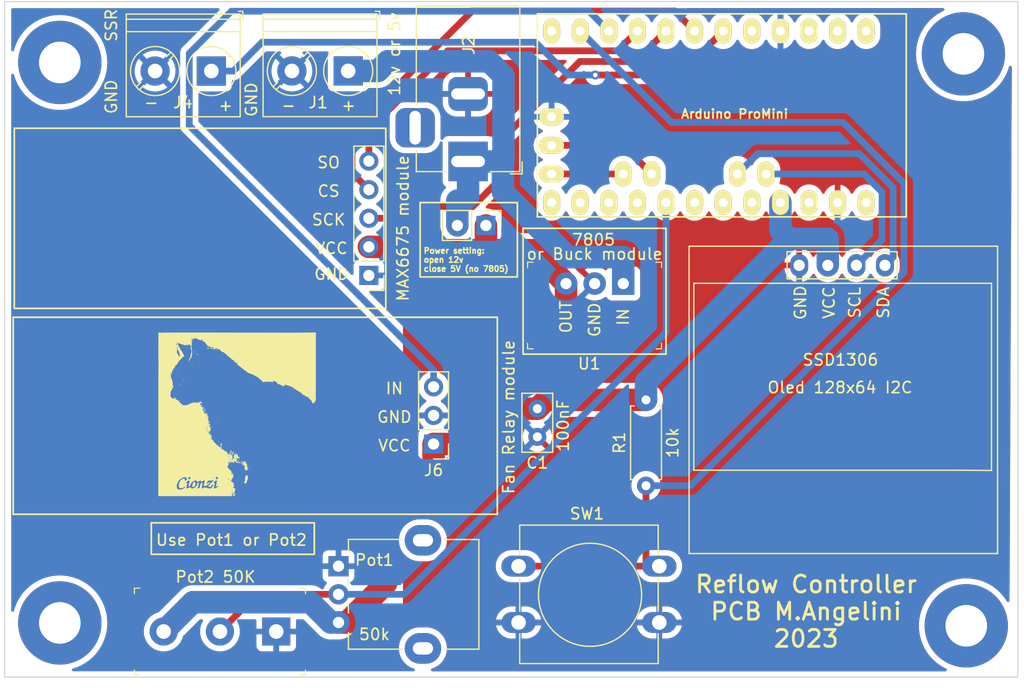
<source format=kicad_pcb>
(kicad_pcb (version 20211014) (generator pcbnew)
  (title_block (title "Iron Reflow Controller") (date "2023-11-27") (rev "1.0") (company "M.Angelini"))
  (layers (0 "F.Cu" signal) (31 "B.Cu" signal) (34 "B.Paste" user) (35 "F.Paste" user) (36 "B.SilkS" user "B.Silkscreen") (37 "F.SilkS" user "F.Silkscreen") (38 "B.Mask" user) (39 "F.Mask" user) (44 "Edge.Cuts" user))
  (net 0 "")
  (net 1 "GND")
  (net 2 "+5V")
  (net 3 "Net-(Brd1-Pad3)")
  (net 4 "Net-(Brd1-Pad4)")
  (net 9 "Net-(IC1-Pad7)")
  (net 10 "Net-(IC1-Pad8)")
  (net 11 "Net-(IC1-Pad9)")
  (net 12 "Net-(IC1-Pad10)")
  (net 13 "Net-(IC1-Pad11)")
  (net 19 "Net-(IC1-Pad17)")
  (net 25 "unconnected-(IC1-Pad27)")
  (net 26 "unconnected-(IC1-Pad28)")
  (net 27 "+12V")
  (net 28 "Net-(IC1-Pad6)")
  (footprint "Resistor_THT:R_Axial_DIN0207_L6.3mm_D2.5mm_P7.62mm_Horizontal" (layer "F.Cu") (at 156.972 143.002 90)
    (fp_text reference "R1" (at 3.81 -2.37 90) (layer "F.SilkS"))
    (fp_text value "10k" (at 3.81 2.37 90) (layer "F.SilkS"))
    (pad "1" thru_hole circle (at 0 0 90) (size 1.6 1.6) (drill 0.8) (layers *.Cu *.Mask) (net 13 "Net-(IC1-Pad11)"))
    (pad "2" thru_hole oval (at 7.62 0 90) (size 1.6 1.6) (drill 0.8) (layers *.Cu *.Mask) (net 2 "+5V"))
  )
  (footprint "digikey-footprints:Term_Block_1x3_P5mm" (layer "F.Cu") (at 124.126 155.956 180)
    (fp_text reference "J7")
    (fp_text value "Pot2 50K" (at 5.4 4.85) (layer "F.SilkS"))
    (pad "1" thru_hole rect locked (at 0 0 180) (size 2.5 2.5) (drill 1.3) (layers *.Cu *.Mask) (net 1 "GND"))
    (pad "2" thru_hole circle locked (at 5 0 180) (size 2.5 2.5) (drill 1.3) (layers *.Cu *.Mask) (net 19 "Net-(IC1-Pad17)"))
    (pad "3" thru_hole circle locked (at 10 0 180) (size 2.5 2.5) (drill 1.3) (layers *.Cu *.Mask) (net 2 "+5V"))
  )
  (footprint "TerminalBlock_Phoenix:TerminalBlock_Phoenix_PT-1,5-2-5.0-H_1x02_P5.00mm_Horizontal" (layer "F.Cu") (at 118.364 106.172 180)
    (fp_text reference "J4" (at 2.54 -2.794) (layer "F.SilkS"))
    (fp_text value "SSR" (at 8.89 4.064 90) (layer "F.SilkS"))
    (pad "1" thru_hole rect (at 0 0 180) (size 2.6 2.6) (drill 1.3) (layers *.Cu *.Mask) (net 28 "Net-(IC1-Pad6)"))
    (pad "2" thru_hole circle (at 5 0 180) (size 2.6 2.6) (drill 1.3) (layers *.Cu *.Mask) (net 1 "GND"))
  )
  (footprint "Button_Switch_THT:SW_PUSH-12mm" (layer "F.Cu") (at 145.652 150.154)
    (fp_text reference "SW1" (at 6.08 -4.66) (layer "F.SilkS"))
    (fp_text value "SW_Push")
    (pad "1" thru_hole oval (at 0 0) (size 3.048 1.85) (drill 1.3) (layers *.Cu *.Mask) (net 13 "Net-(IC1-Pad11)"))
    (pad "1" thru_hole oval (at 12.5 0) (size 3.048 1.85) (drill 1.3) (layers *.Cu *.Mask) (net 13 "Net-(IC1-Pad11)"))
    (pad "2" thru_hole oval (at 12.5 5) (size 3.048 1.85) (drill 1.3) (layers *.Cu *.Mask) (net 1 "GND"))
    (pad "2" thru_hole oval (at 0 5) (size 3.048 1.85) (drill 1.3) (layers *.Cu *.Mask) (net 1 "GND"))
  )
  (footprint "Connector_PinHeader_2.54mm:PinHeader_1x02_P2.54mm_Vertical" (layer "F.Cu") (at 142.753 119.888 -90)
    (fp_text reference "J3")
    (fp_text value "Conn_01x02_Male")
    (pad "1" thru_hole rect (at 0 0 270) (size 1.7 1.7) (drill 1) (layers *.Cu *.Mask) (net 2 "+5V"))
    (pad "2" thru_hole oval (at 0 2.54 270) (size 1.7 1.7) (drill 1) (layers *.Cu *.Mask) (net 27 "+12V"))
  )
  (footprint "TerminalBlock_Phoenix:TerminalBlock_Phoenix_PT-1,5-2-5.0-H_1x02_P5.00mm_Horizontal" (layer "F.Cu") (at 130.516 106.164 180)
    (fp_text reference "J1" (at 2.664 -2.802) (layer "F.SilkS"))
    (fp_text value "12v or 5v" (at -4.104 1.516 90) (layer "F.SilkS"))
    (pad "1" thru_hole rect (at 0 0 180) (size 2.6 2.6) (drill 1.3) (layers *.Cu *.Mask) (net 27 "+12V"))
    (pad "2" thru_hole circle (at 5 0 180) (size 2.6 2.6) (drill 1.3) (layers *.Cu *.Mask) (net 1 "GND"))
  )
  (footprint "Capacitor_THT:C_Disc_D5.0mm_W2.5mm_P2.50mm" (layer "F.Cu") (at 147.32 136.164 -90)
    (fp_text reference "C1" (at 4.806 0) (layer "F.SilkS"))
    (fp_text value "100nF" (at 1.504 -2.286 90) (layer "F.SilkS"))
    (pad "1" thru_hole circle (at 0 0 270) (size 1.6 1.6) (drill 0.8) (layers *.Cu *.Mask) (net 2 "+5V"))
    (pad "2" thru_hole circle (at 2.5 0 270) (size 1.6 1.6) (drill 0.8) (layers *.Cu *.Mask) (net 1 "GND"))
  )
  (footprint "MountingHole:MountingHole_3.7mm_Pad_TopBottom" (layer "F.Cu") (at 104.902 105.41)
    (fp_text reference "H1")
    (fp_text value "MountingHole")
    (pad "1" connect circle (at 0 0) (size 7.4 7.4) (layers "B.Cu" "B.Mask"))
    (pad "1" connect circle (at 0 0) (size 7.4 7.4) (layers "F.Cu" "F.Mask"))
    (pad "1" thru_hole circle (at 0 0) (size 4.1 4.1) (drill 3.7) (layers *.Cu *.Mask))
  )
  (footprint "graphics:cionzi" (layer "F.Cu") (at 120.65 136.652)
    (fp_text reference " " (at 0 0) (layer "F.SilkS") (effects (font (size 1.524 1.524) (thickness 0.3))))
    (fp_text value "LOGO" hide)
  )
  (footprint "oled:128x64OLED_I2C" (layer "F.Cu") (at 174.198 134.032)
    (fp_text reference "Oled 128x64 I2C" (at 0 0.254) (layer "F.SilkS"))
    (fp_text value "SSD1306" (at 0.046 -2.206) (layer "F.SilkS"))
    (pad "1" thru_hole oval (at -3.62 -10.6 90) (size 2 1.6) (drill 1) (layers *.Cu *.Mask) (net 1 "GND"))
    (pad "2" thru_hole oval (at -1.08 -10.6 90) (size 2 1.6) (drill 1) (layers *.Cu *.Mask) (net 2 "+5V"))
    (pad "3" thru_hole oval (at 1.46 -10.6 90) (size 2 1.6) (drill 1) (layers *.Cu *.Mask) (net 3 "Net-(Brd1-Pad3)"))
    (pad "4" thru_hole oval (at 4 -10.6 90) (size 2 1.6) (drill 1) (layers *.Cu *.Mask) (net 4 "Net-(Brd1-Pad4)"))
  )
  (footprint "Connector_BarrelJack:BarrelJack_Horizontal" (layer "F.Cu") (at 141.1655 114.204 -90)
    (fp_text reference "J2" (at -10.318 -0.0585 90) (layer "F.SilkS"))
    (fp_text value "Conn_Coaxial_Power")
    (pad "1" thru_hole rect (at 0 0 270) (size 3.5 3.5) (drill oval 1 3) (layers *.Cu *.Mask) (net 27 "+12V"))
    (pad "2" thru_hole roundrect (at -6 0 270) (size 3 3.5) (drill oval 1 3) (layers *.Cu *.Mask) (net 1 "GND"))
    (pad "3" thru_hole roundrect (at -3 4.7 270) (size 3.5 3.5) (drill oval 3 1) (layers *.Cu *.Mask))
  )
  (footprint "MountingHole:MountingHole_3.7mm_Pad_TopBottom" (layer "F.Cu") (at 185.42 155.448)
    (fp_text reference "H3")
    (fp_text value "MountingHole")
    (pad "1" thru_hole circle (at 0 0) (size 4.1 4.1) (drill 3.7) (layers *.Cu *.Mask))
    (pad "1" connect circle (at 0 0) (size 7.4 7.4) (layers "F.Cu" "F.Mask"))
    (pad "1" connect circle (at 0 0) (size 7.4 7.4) (layers "B.Cu" "B.Mask"))
  )
  (footprint "MountingHole:MountingHole_3.7mm_Pad_TopBottom" (layer "F.Cu") (at 104.902 155.194)
    (fp_text reference "H4")
    (fp_text value "MountingHole")
    (pad "1" connect circle (at 0 0) (size 7.4 7.4) (layers "B.Cu" "B.Mask"))
    (pad "1" connect circle (at 0 0) (size 7.4 7.4) (layers "F.Cu" "F.Mask"))
    (pad "1" thru_hole circle (at 0 0) (size 4.1 4.1) (drill 3.7) (layers *.Cu *.Mask))
  )
  (footprint "Connector_PinHeader_2.54mm:PinHeader_1x05_P2.54mm_Vertical" (layer "F.Cu") (at 132.354 124.329 180)
    (fp_text reference "J5")
    (fp_text value "MAX6675 module" (at -3.028 4.187 90) (layer "F.SilkS"))
    (pad "1" thru_hole rect (at 0 0 180) (size 1.7 1.7) (drill 1) (layers *.Cu *.Mask) (net 1 "GND"))
    (pad "2" thru_hole oval (at 0 2.54 180) (size 1.7 1.7) (drill 1) (layers *.Cu *.Mask) (net 2 "+5V"))
    (pad "3" thru_hole oval (at 0 5.08 180) (size 1.7 1.7) (drill 1) (layers *.Cu *.Mask) (net 10 "Net-(IC1-Pad8)"))
    (pad "4" thru_hole oval (at 0 7.62 180) (size 1.7 1.7) (drill 1) (layers *.Cu *.Mask) (net 9 "Net-(IC1-Pad7)"))
    (pad "5" thru_hole oval (at 0 10.16 180) (size 1.7 1.7) (drill 1) (layers *.Cu *.Mask) (net 11 "Net-(IC1-Pad9)"))
  )
  (footprint "arduino:pro_mini" (layer "F.Cu") (at 162.56 110.236 180)
    (fp_text reference "Arduino ProMini" (at -2.286 0.254) (layer "F.SilkS") (effects (font (size 0.8 0.8) (thickness 0.16))))
    (fp_text value "ArduinoProMini" hide)
    (pad "1" thru_hole oval (at -13.97 7.62 180) (size 1.50114 2.19964) (drill 0.8001) (layers *.Cu *.Mask "F.SilkS"))
    (pad "2" thru_hole oval (at -11.43 7.62 180) (size 1.50114 2.19964) (drill 0.8001) (layers *.Cu *.Mask "F.SilkS"))
    (pad "3" thru_hole oval (at -8.89 7.62 180) (size 1.50114 2.19964) (drill 0.8001) (layers *.Cu *.Mask "F.SilkS"))
    (pad "4" thru_hole oval (at -6.35 7.62 180) (size 1.50114 2.19964) (drill 0.8001) (layers *.Cu *.Mask "F.SilkS") (net 1 "GND"))
    (pad "5" thru_hole oval (at -3.81 7.62 180) (size 1.50114 2.19964) (drill 0.8001) (layers *.Cu *.Mask "F.SilkS"))
    (pad "6" thru_hole oval (at -1.27 7.62 180) (size 1.50114 2.19964) (drill 0.8001) (layers *.Cu *.Mask "F.SilkS") (net 28 "Net-(IC1-Pad6)"))
    (pad "7" thru_hole oval (at 1.27 7.62 180) (size 1.50114 2.19964) (drill 0.8001) (layers *.Cu *.Mask "F.SilkS") (net 9 "Net-(IC1-Pad7)"))
    (pad "8" thru_hole oval (at 3.81 7.62 180) (size 1.50114 2.19964) (drill 0.8001) (layers *.Cu *.Mask "F.SilkS") (net 10 "Net-(IC1-Pad8)"))
    (pad "9" thru_hole oval (at 6.35 7.62 180) (size 1.50114 2.19964) (drill 0.8001) (layers *.Cu *.Mask "F.SilkS") (net 11 "Net-(IC1-Pad9)"))
    (pad "10" thru_hole oval (at 8.89 7.62 180) (size 1.50114 2.19964) (drill 0.8001) (layers *.Cu *.Mask "F.SilkS") (net 12 "Net-(IC1-Pad10)"))
    (pad "11" thru_hole oval (at 11.43 7.62 180) (size 1.50114 2.19964) (drill 0.8001) (layers *.Cu *.Mask "F.SilkS") (net 13 "Net-(IC1-Pad11)"))
    (pad "12" thru_hole oval (at 13.97 7.62 180) (size 1.50114 2.19964) (drill 0.8001) (layers *.Cu *.Mask "F.SilkS"))
    (pad "13" thru_hole oval (at 13.97 -7.62 180) (size 1.50114 2.19964) (drill 0.8001) (layers *.Cu *.Mask "F.SilkS"))
    (pad "14" thru_hole oval (at 11.43 -7.62 180) (size 1.50114 2.19964) (drill 0.8001) (layers *.Cu *.Mask "F.SilkS"))
    (pad "15" thru_hole oval (at 8.89 -7.62 180) (size 1.50114 2.19964) (drill 0.8001) (layers *.Cu *.Mask "F.SilkS"))
    (pad "16" thru_hole oval (at 6.35 -7.62 180) (size 1.50114 2.19964) (drill 0.8001) (layers *.Cu *.Mask "F.SilkS"))
    (pad "17" thru_hole oval (at 3.81 -7.62 180) (size 1.50114 2.19964) (drill 0.8001) (layers *.Cu *.Mask "F.SilkS") (net 19 "Net-(IC1-Pad17)"))
    (pad "18" thru_hole oval (at 1.27 -7.62 180) (size 1.50114 2.19964) (drill 0.8001) (layers *.Cu *.Mask "F.SilkS"))
    (pad "19" thru_hole oval (at -1.27 -7.62 180) (size 1.50114 2.19964) (drill 0.8001) (layers *.Cu *.Mask "F.SilkS"))
    (pad "20" thru_hole oval (at -3.81 -7.62 180) (size 1.50114 2.19964) (drill 0.8001) (layers *.Cu *.Mask "F.SilkS"))
    (pad "21" thru_hole oval (at -6.35 -7.62 180) (size 1.50114 2.19964) (drill 0.8001) (layers *.Cu *.Mask "F.SilkS") (net 2 "+5V"))
    (pad "22" thru_hole oval (at -8.89 -7.62 180) (size 1.50114 2.19964) (drill 0.8001) (layers *.Cu *.Mask "F.SilkS"))
    (pad "23" thru_hole oval (at -11.43 -7.62 180) (size 1.50114 2.19964) (drill 0.8001) (layers *.Cu *.Mask "F.SilkS") (net 1 "GND"))
    (pad "24" thru_hole oval (at -13.97 -7.62 180) (size 1.50114 2.19964) (drill 0.8001) (layers *.Cu *.Mask "F.SilkS"))
    (pad "25" thru_hole oval (at -2.54 -5.08 180) (size 1.50114 2.19964) (drill 0.8001) (layers *.Cu *.Mask "F.SilkS") (net 4 "Net-(Brd1-Pad4)"))
    (pad "26" thru_hole oval (at -5.08 -5.08 180) (size 1.50114 2.19964) (drill 0.8001) (layers *.Cu *.Mask "F.SilkS") (net 3 "Net-(Brd1-Pad3)"))
    (pad "27" thru_hole oval (at 13.97 -5.08 180) (size 2.19964 1.50114) (drill 0.8001) (layers *.Cu *.Mask "F.SilkS") (net 25 "unconnected-(IC1-Pad27)"))
    (pad "27" thru_hole oval (at 7.62 -5.08 180) (size 1.50114 2.19964) (drill 0.8001) (layers *.Cu *.Mask "F.SilkS") (net 25 "unconnected-(IC1-Pad27)"))
    (pad "28" thru_hole oval (at 5.08 -5.08 180) (size 1.50114 2.19964) (drill 0.8001) (layers *.Cu *.Mask "F.SilkS") (net 26 "unconnected-(IC1-Pad28)"))
    (pad "28" thru_hole oval (at 13.97 -2.54 180) (size 2.19964 1.50114) (drill 0.8001) (layers *.Cu *.Mask "F.SilkS") (net 26 "unconnected-(IC1-Pad28)"))
    (pad "29" thru_hole oval (at 13.97 0 180) (size 2.19964 1.50114) (drill 0.8001) (layers *.Cu *.Mask "F.SilkS") (net 1 "GND"))
  )
  (footprint "Potentiometer_THT:Potentiometer_Alpha_RD901F-40-00D_Single_Vertical" (layer "F.Cu") (at 129.657 150.154)
    (fp_text reference "Pot1" (at 3.185 -0.548 180) (layer "F.SilkS"))
    (fp_text value "50k" (at 3.185 6.056 180) (layer "F.SilkS"))
    (pad "" thru_hole oval (at 7.5 -2.3 90) (size 2.72 3.24) (drill oval 1.1 1.8) (layers *.Cu *.Mask))
    (pad "" thru_hole oval (at 7.5 7.3 90) (size 2.72 3.24) (drill oval 1.1 1.8) (layers *.Cu *.Mask))
    (pad "1" thru_hole rect (at 0 0 90) (size 1.8 1.8) (drill 1) (layers *.Cu *.Mask) (net 1 "GND"))
    (pad "2" thru_hole circle (at 0 2.5 90) (size 1.8 1.8) (drill 1) (layers *.Cu *.Mask) (net 19 "Net-(IC1-Pad17)"))
    (pad "3" thru_hole circle (at 0 5 90) (size 1.8 1.8) (drill 1) (layers *.Cu *.Mask) (net 2 "+5V"))
  )
  (footprint "MountingHole:MountingHole_3.7mm_Pad_TopBottom" (layer "F.Cu") (at 185.166 104.648)
    (fp_text reference "H2")
    (fp_text value "MountingHole")
    (pad "1" connect circle (at 0 0) (size 7.4 7.4) (layers "F.Cu" "F.Mask"))
    (pad "1" connect circle (at 0 0) (size 7.4 7.4) (layers "B.Cu" "B.Mask"))
    (pad "1" thru_hole circle (at 0 0) (size 4.1 4.1) (drill 3.7) (layers *.Cu *.Mask))
  )
  (footprint "Connector_PinHeader_2.54mm:PinHeader_1x03_P2.54mm_Vertical" (layer "F.Cu") (at 138.102 139.302 180)
    (fp_text reference "J6" (at 0 -2.33) (layer "F.SilkS"))
    (fp_text value "Fan Relay module" (at -6.678 2.396 90) (layer "F.SilkS"))
    (pad "1" thru_hole rect (at 0 0 180) (size 1.7 1.7) (drill 1) (layers *.Cu *.Mask) (net 2 "+5V"))
    (pad "2" thru_hole oval (at 0 2.54 180) (size 1.7 1.7) (drill 1) (layers *.Cu *.Mask) (net 1 "GND"))
    (pad "3" thru_hole oval (at 0 5.08 180) (size 1.7 1.7) (drill 1) (layers *.Cu *.Mask) (net 12 "Net-(IC1-Pad10)"))
  )
  (footprint "digikey-footprints:3-SIP_Module_V7805-500" (layer "F.Cu") (at 154.95 125.05 180)
    (fp_text reference "U1" (at 3.02 -7.12) (layer "F.SilkS"))
    (fp_text value "7805" (at 2.64 3.892) (layer "F.SilkS"))
    (pad "1" thru_hole rect locked (at 0 0 180) (size 2 2) (drill 1) (layers *.Cu *.Mask) (net 27 "+12V"))
    (pad "2" thru_hole circle locked (at 2.54 0 180) (size 2 2) (drill 1) (layers *.Cu *.Mask) (net 1 "GND"))
    (pad "3" thru_hole circle locked (at 5.08 0 180) (size 2 2) (drill 1) (layers *.Cu *.Mask) (net 2 "+5V"))
  )
  (gr_rect (start 146.05 120.142) (end 158.75 131.318) (layer "F.SilkS") (width 0.15) (fill none))
  (gr_rect (start 136.906 117.856) (end 145.542 124.46) (layer "F.SilkS") (width 0.15) (fill none))
  (gr_rect (start 100.858 127.254) (end 133.858 111.254) (layer "F.SilkS") (width 0.15) (fill none))
  (gr_rect (start 113.03 146.304) (end 127.508 149.098) (layer "F.SilkS") (width 0.15) (fill none))
  (gr_rect (start 100.764 145.542) (end 143.764 128.042) (layer "F.SilkS") (width 0.15) (fill none))
  (gr_rect (start 100 100) (end 190 160) (layer "Edge.Cuts") (width 0.1) (fill none))
  (gr_text "CS" (at 128.778 116.84) (layer "F.SilkS") (effects (font (size 1 1))))
  (gr_text "SDA" (at 178.054 126.746 90) (layer "F.SilkS") (effects (font (size 1 1))))
  (gr_text "VCC" (at 129.032 121.92) (layer "F.SilkS") (effects (font (size 1 1))))
  (gr_text "+" (at 119.634 109.22) (layer "F.SilkS") (effects (font (size 1 1))))
  (gr_text "or Buck module" (at 152.4 122.428) (layer "F.SilkS") (effects (font (size 1 1))))
  (gr_text "+" (at 130.556 109.22) (layer "F.SilkS") (effects (font (size 1 1))))
  (gr_text "GND" (at 109.474 108.458 90) (layer "F.SilkS") (effects (font (size 1 1))))
  (gr_text "GND" (at 134.62 136.906) (layer "F.SilkS") (effects (font (size 1 1))))
  (gr_text "IN" (at 154.94 128.016 90) (layer "F.SilkS") (effects (font (size 1 1))))
  (gr_text "Power setting:\nopen 12v \nclose 5V (no 7805)" (at 137.16 122.936) (layer "F.SilkS") (effects (font (size 0.5 0.5) (thickness 0.125)) (justify left)))
  (gr_text "OUT" (at 149.86 128.016 90) (layer "F.SilkS") (effects (font (size 1 1))))
  (gr_text "SCK" (at 128.778 119.38) (layer "F.SilkS") (effects (font (size 1 1))))
  (gr_text "GND" (at 121.92 108.712 90) (layer "F.SilkS") (effects (font (size 1 1))))
  (gr_text "GND" (at 129.032 124.206) (layer "F.SilkS") (effects (font (size 1 1))))
  (gr_text "-" (at 125.222 109.22) (layer "F.SilkS") (effects (font (size 1 1))))
  (gr_text "-" (at 113.03 108.966) (layer "F.SilkS") (effects (font (size 1 1))))
  (gr_text "GND" (at 152.4 128.27 90) (layer "F.SilkS") (effects (font (size 1 1))))
  (gr_text "SCL" (at 175.514 126.746 90) (layer "F.SilkS") (effects (font (size 1 1))))
  (gr_text "IN" (at 134.62 134.366) (layer "F.SilkS") (effects (font (size 1 1))))
  (gr_text "VCC" (at 173.228 126.746 90) (layer "F.SilkS") (effects (font (size 1 1))))
  (gr_text "VCC" (at 134.62 139.446) (layer "F.SilkS") (effects (font (size 1 1))))
  (gr_text "Reflow Controller\nPCB M.Angelini\n2023" (at 171.196 154.178) (layer "F.SilkS") (effects (font (size 1.5 1.5) (thickness 0.25))))
  (gr_text "GND" (at 170.688 126.746 90) (layer "F.SilkS") (effects (font (size 1 1))))
  (gr_text "SO" (at 128.778 114.3) (layer "F.SilkS") (effects (font (size 1 1))))
  (gr_text "Use Pot1 or Pot2" (at 120.142 147.828) (layer "F.SilkS") (effects (font (size 1 1))))
  (segment (start 138.102 139.302) (end 138.102 141.5023) (width 2) (layer "F.Cu") (net 2))
  (segment (start 138.102 141.5023) (end 133.873 145.7313) (width 2) (layer "F.Cu") (net 2))
  (segment (start 148.102 135.382) (end 147.32 136.164) (width 2) (layer "F.Cu") (net 2))
  (segment (start 142.753 122.0883) (end 134.8536 122.0883) (width 2) (layer "F.Cu") (net 2))
  (segment (start 132.354 121.789) (end 134.5543 121.789) (width 2) (layer "F.Cu") (net 2))
  (segment (start 130.4008 155.154) (end 129.657 155.154) (width 2) (layer "F.Cu") (net 2))
  (segment (start 154.8217 135.382) (end 149.87 135.382) (width 2) (layer "F.Cu") (net 2))
  (segment (start 134.8536 122.0883) (end 134.5543 121.789) (width 2) (layer "F.Cu") (net 2))
  (segment (start 147.32 136.164) (end 145.2933 136.164) (width 2) (layer "F.Cu") (net 2))
  (segment (start 149.87 135.382) (end 148.102 135.382) (width 2) (layer "F.Cu") (net 2))
  (segment (start 149.87 135.382) (end 149.87 125.05) (width 2) (layer "F.Cu") (net 2))
  (segment (start 145.2933 136.164) (end 142.1553 139.302) (width 2) (layer "F.Cu") (net 2))
  (segment (start 133.873 145.7313) (end 133.873 151.6818) (width 2) (layer "F.Cu") (net 2))
  (segment (start 133.873 151.6818) (end 130.4008 155.154) (width 2) (layer "F.Cu") (net 2))
  (segment (start 149.87 125.05) (end 146.9083 122.0883) (width 2) (layer "F.Cu") (net 2))
  (segment (start 146.9083 122.0883) (end 142.753 122.0883) (width 2) (layer "F.Cu") (net 2))
  (segment (start 142.1553 139.302) (end 138.102 139.302) (width 2) (layer "F.Cu") (net 2))
  (segment (start 156.972 135.382) (end 154.8217 135.382) (width 2) (layer "F.Cu") (net 2))
  (segment (start 142.753 119.888) (end 142.753 122.0883) (width 2) (layer "F.Cu") (net 2))
  (segment (start 156.972 133.7952) (end 169.6855 121.0817) (width 2) (layer "B.Cu") (net 2))
  (segment (start 173.118 121.0817) (end 169.6855 121.0817) (width 2) (layer "B.Cu") (net 2))
  (segment (start 169.6855 121.0817) (end 168.91 120.3062) (width 2) (layer "B.Cu") (net 2))
  (segment (start 128.9642 155.154) (end 127.1658 153.3556) (width 2) (layer "B.Cu") (net 2))
  (segment (start 129.657 155.154) (end 128.9642 155.154) (width 2) (layer "B.Cu") (net 2))
  (segment (start 168.91 117.856) (end 168.91 120.3062) (width 2) (layer "B.Cu") (net 2))
  (segment (start 156.972 135.382) (end 156.972 133.7952) (width 2) (layer "B.Cu") (net 2))
  (segment (start 127.1658 153.3556) (end 116.7264 153.3556) (width 2) (layer "B.Cu") (net 2))
  (segment (start 173.118 123.432) (end 173.118 121.0817) (width 2) (layer "B.Cu") (net 2))
  (segment (start 116.7264 153.3556) (end 114.126 155.956) (width 2) (layer "B.Cu") (net 2))
  (segment (start 167.64 115.316) (end 176.3257 115.316) (width 0.6) (layer "B.Cu") (net 3))
  (segment (start 177.9395 121.1505) (end 175.658 123.432) (width 0.6) (layer "B.Cu") (net 3))
  (segment (start 176.3257 115.316) (end 177.9395 116.9298) (width 0.6) (layer "B.Cu") (net 3))
  (segment (start 177.9395 116.9298) (end 177.9395 121.1505) (width 0.6) (layer "B.Cu") (net 3))
  (segment (start 165.1 115.316) (end 166.9029 113.5131) (width 0.6) (layer "B.Cu") (net 4))
  (segment (start 175.9052 113.5131) (end 178.9234 116.5313) (width 0.6) (layer "B.Cu") (net 4))
  (segment (start 166.9029 113.5131) (end 175.9052 113.5131) (width 0.6) (layer "B.Cu") (net 4))
  (segment (start 178.9234 122.7066) (end 178.198 123.432) (width 0.6) (layer "B.Cu") (net 4))
  (segment (start 178.9234 116.5313) (end 178.9234 122.7066) (width 0.6) (layer "B.Cu") (net 4))
  (segment (start 130.851 115.206) (end 132.354 116.709) (width 0.6) (layer "F.Cu") (net 9))
  (segment (start 161.29 102.616) (end 159.5177 100.8437) (width 0.6) (layer "F.Cu") (net 9))
  (segment (start 130.851 111.5183) (end 130.851 115.206) (width 0.6) (layer "F.Cu") (net 9))
  (segment (start 159.5177 100.8437) (end 141.5256 100.8437) (width 0.6) (layer "F.Cu") (net 9))
  (segment (start 141.5256 100.8437) (end 130.851 111.5183) (width 0.6) (layer "F.Cu") (net 9))
  (segment (start 132.354 119.249) (end 133.8543 119.249) (width 0.6) (layer "F.Cu") (net 10))
  (segment (start 143.7026 116.087) (end 141.5802 118.2094) (width 0.6) (layer "F.Cu") (net 10))
  (segment (start 151.0946 105.3256) (end 143.7026 112.7176) (width 0.6) (layer "F.Cu") (net 10))
  (segment (start 141.5802 118.2094) (end 134.8939 118.2094) (width 0.6) (layer "F.Cu") (net 10))
  (segment (start 143.7026 112.7176) (end 143.7026 116.087) (width 0.6) (layer "F.Cu") (net 10))
  (segment (start 158.75 102.616) (end 156.0404 105.3256) (width 0.6) (layer "F.Cu") (net 10))
  (segment (start 156.0404 105.3256) (end 151.0946 105.3256) (width 0.6) (layer "F.Cu") (net 10))
  (segment (start 134.8939 118.2094) (end 133.8543 119.249) (width 0.6) (layer "F.Cu") (net 10))
  (segment (start 132.354 111.387) (end 139.3658 104.3752) (width 0.6) (layer "F.Cu") (net 11))
  (segment (start 139.3658 104.3752) (end 154.4508 104.3752) (width 0.6) (layer "F.Cu") (net 11))
  (segment (start 154.4508 104.3752) (end 156.21 102.616) (width 0.6) (layer "F.Cu") (net 11))
  (segment (start 132.354 114.169) (end 132.354 111.387) (width 0.6) (layer "F.Cu") (net 11))
  (segment (start 116.4019 111.0216) (end 138.102 132.7217) (width 0.6) (layer "B.Cu") (net 12))
  (segment (start 153.67 102.616) (end 151.9132 100.8592) (width 0.6) (layer "B.Cu") (net 12))
  (segment (start 116.4019 104.5984) (end 116.4019 111.0216) (width 0.6) (layer "B.Cu") (net 12))
  (segment (start 138.102 134.222) (end 138.102 132.7217) (width 0.6) (layer "B.Cu") (net 12))
  (segment (start 151.9132 100.8592) (end 120.1411 100.8592) (width 0.6) (layer "B.Cu") (net 12))
  (segment (start 120.1411 100.8592) (end 116.4019 104.5984) (width 0.6) (layer "B.Cu") (net 12))
  (segment (start 158.152 150.154) (end 156.972 150.154) (width 0.6) (layer "F.Cu") (net 13))
  (segment (start 156.972 150.154) (end 145.652 150.154) (width 0.6) (layer "F.Cu") (net 13))
  (segment (start 156.972 150.154) (end 156.972 143.002) (width 0.6) (layer "F.Cu") (net 13))
  (segment (start 174.4767 110.733) (end 179.8849 116.1412) (width 0.6) (layer "B.Cu") (net 13))
  (segment (start 151.13 102.616) (end 159.247 110.733) (width 0.6) (layer "B.Cu") (net 13))
  (segment (start 160.9376 143.002) (end 156.972 143.002) (width 0.6) (layer "B.Cu") (net 13))
  (segment (start 179.8849 124.0547) (end 160.9376 143.002) (width 0.6) (layer "B.Cu") (net 13))
  (segment (start 159.247 110.733) (end 174.4767 110.733) (width 0.6) (layer "B.Cu") (net 13))
  (segment (start 179.8849 116.1412) (end 179.8849 124.0547) (width 0.6) (layer "B.Cu") (net 13))
  (segment (start 129.657 152.654) (end 122.428 152.654) (width 0.6) (layer "F.Cu") (net 19))
  (segment (start 122.428 152.654) (end 119.126 155.956) (width 0.6) (layer "F.Cu") (net 19))
  (segment (start 158.75 129.3914) (end 158.75 117.856) (width 0.6) (layer "B.Cu") (net 19))
  (segment (start 135.4874 152.654) (end 158.75 129.3914) (width 0.6) (layer "B.Cu") (net 19))
  (segment (start 129.657 152.654) (end 135.4874 152.654) (width 0.6) (layer "B.Cu") (net 19))
  (segment (start 154.94 115.316) (end 148.59 115.316) (width 0.6) (layer "F.Cu") (net 25))
  (segment (start 154.94 112.776) (end 157.48 115.316) (width 0.6) (layer "F.Cu") (net 26))
  (segment (start 148.59 112.776) (end 154.94 112.776) (width 0.6) (layer "F.Cu") (net 26))
  (segment (start 141.3717 114.204) (end 141.1655 114.204) (width 2) (layer "B.Cu") (net 27))
  (segment (start 150.0501 122.6997) (end 144.2658 116.9154) (width 2) (layer "B.Cu") (net 27))
  (segment (start 141.1655 117.3043) (end 140.7821 117.6877) (width 2) (layer "B.Cu") (net 27))
  (segment (start 143.0341 105.3075) (end 134.0228 105.3075) (width 2) (layer "B.Cu") (net 27))
  (segment (start 141.3717 114.204) (end 144.2658 114.204) (width 2) (layer "B.Cu") (net 27))
  (segment (start 141.1655 114.204) (end 141.1655 117.3043) (width 2) (layer "B.Cu") (net 27))
  (segment (start 140.7821 117.6877) (end 140.213 117.6877) (width 2) (layer "B.Cu") (net 27))
  (segment (start 130.516 106.164) (end 133.1663 106.164) (width 2) (layer "B.Cu") (net 27))
  (segment (start 140.213 119.888) (end 140.213 117.6877) (width 2) (layer "B.Cu") (net 27))
  (segment (start 154.95 125.05) (end 154.95 122.6997) (width 2) (layer "B.Cu") (net 27))
  (segment (start 144.3105 114.1593) (end 144.3105 106.5839) (width 2) (layer "B.Cu") (net 27))
  (segment (start 144.3105 106.5839) (end 143.0341 105.3075) (width 2) (layer "B.Cu") (net 27))
  (segment (start 144.2658 116.9154) (end 144.2658 114.204) (width 2) (layer "B.Cu") (net 27))
  (segment (start 144.2658 114.204) (end 144.3105 114.1593) (width 2) (layer "B.Cu") (net 27))
  (segment (start 154.95 122.6997) (end 150.0501 122.6997) (width 2) (layer "B.Cu") (net 27))
  (segment (start 134.0228 105.3075) (end 133.1663 106.164) (width 2) (layer "B.Cu") (net 27))
  (segment (start 159.9207 106.5253) (end 152.4671 106.5253) (width 0.6) (layer "F.Cu") (net 28))
  (segment (start 163.83 102.616) (end 159.9207 106.5253) (width 0.6) (layer "F.Cu") (net 28))
  (via (at 152.4671 106.5253) (size 0.8) (drill 0.4) (layers "F.Cu" "B.Cu") (net 28))
  (segment (start 147.1468 103.6149) (end 122.8714 103.6149) (width 0.6) (layer "B.Cu") (net 28))
  (segment (start 152.4671 106.5253) (end 150.0572 106.5253) (width 0.6) (layer "B.Cu") (net 28))
  (segment (start 122.8714 103.6149) (end 120.3143 106.172) (width 0.6) (layer "B.Cu") (net 28))
  (segment (start 118.364 106.172) (end 120.3143 106.172) (width 0.6) (layer "B.Cu") (net 28))
  (segment (start 150.0572 106.5253) (end 147.1468 103.6149) (width 0.6) (layer "B.Cu") (net 28))
  (zone (net 1) (net_name "GND") (layer "F.Cu") (connect_pads (clearance 0.508)) (min_thickness 0.254) (fill yes (thermal_gap 0.508) (thermal_bridge_width 0.508))
    (polygon (pts (xy 189.23 159.766) (xy 135.382 159.766) (xy 135.382 100.584) (xy 189.484 100.584)))
  )
  (zone (net 1) (net_name "GND") (layer "B.Cu") (connect_pads (clearance 0.508)) (min_thickness 0.254) (fill yes (thermal_gap 0.508) (thermal_bridge_width 0.508))
    (polygon (pts (xy 189.23 159.766) (xy 100.584 159.766) (xy 100.584 100.584) (xy 189.484 100.584)))
  )
)
</source>
